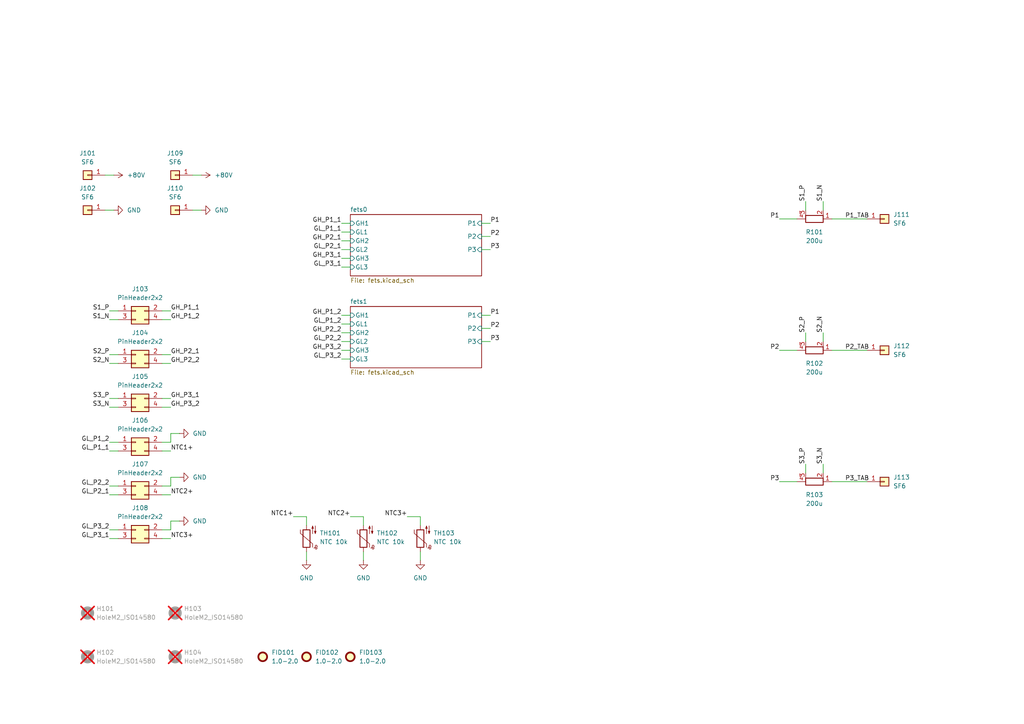
<source format=kicad_sch>
(kicad_sch (version 20250114) (generator "eeschema") (generator_version "9.0")
  (paper "A4")
  (title_block (title "${TITLE} - ${SUBTITLE}") (date "2025-09-12") (rev "${REV}") (company "github.com/arminstr"))
  (lib_symbols
    (symbol "Connector_Generic:Conn_01x01" (pin_names (offset 1.016) (hide yes))
      (property "Reference" "J" (at 0 2.54 0))
      (property "Value" "Conn_01x01" (at 0 -2.54 0))
      (symbol "Conn_01x01_1_1"
        (rectangle (start -1.27 1.27) (end 1.27 -1.27) (stroke (width 0.254)) (fill (type background)))
        (rectangle (start -1.27 0.127) (end 0 -0.127) (stroke (width 0.1524)))
        (pin passive line (at -5.08 0 0) (length 3.81) (name "Pin_1") (number "1"))
      )
    )
    (symbol "Connector_Generic:Conn_02x02_Odd_Even" (pin_names (offset 1.016) (hide yes))
      (property "Reference" "J" (at 1.27 2.54 0))
      (property "Value" "Conn_02x02_Odd_Even" (at 1.27 -5.08 0))
      (symbol "Conn_02x02_Odd_Even_1_1"
        (rectangle (start -1.27 1.27) (end 3.81 -3.81) (stroke (width 0.254)) (fill (type background)))
        (rectangle (start -1.27 0.127) (end 0 -0.127) (stroke (width 0.1524)))
        (rectangle (start -1.27 -2.413) (end 0 -2.667) (stroke (width 0.1524)))
        (rectangle (start 3.81 0.127) (end 2.54 -0.127) (stroke (width 0.1524)))
        (rectangle (start 3.81 -2.413) (end 2.54 -2.667) (stroke (width 0.1524)))
        (pin passive line (at -5.08 0 0) (length 3.81) (name "Pin_1") (number "1"))
        (pin passive line (at -5.08 -2.54 0) (length 3.81) (name "Pin_3") (number "3"))
        (pin passive line (at 7.62 0 180) (length 3.81) (name "Pin_2") (number "2"))
        (pin passive line (at 7.62 -2.54 180) (length 3.81) (name "Pin_4") (number "4"))
      )
    )
    (symbol "Device:R_Shunt" (pin_names (offset 0) (hide yes))
      (property "Reference" "R" (at -2.032 0 90))
      (property "Value" "R_Shunt" (at 0 0 90))
      (symbol "R_Shunt_0_1"
        (rectangle (start -1.016 -2.54) (end 1.016 2.54) (stroke (width 0.254)))
        (polyline (pts (xy 0 -2.54) (xy 1.27 -2.54)))
        (polyline (pts (xy 1.27 2.54) (xy 0 2.54)))
      )
      (symbol "R_Shunt_1_1"
        (pin passive line (at 0 5.08 270) (length 2.54) (name "~") (number "1"))
        (pin passive line (at 0 -5.08 90) (length 2.54) (name "~") (number "4"))
        (pin passive line (at 2.54 2.54 180) (length 1.27) (name "~") (number "2"))
        (pin passive line (at 2.54 -2.54 180) (length 1.27) (name "~") (number "3"))
      )
    )
    (symbol "Device:Thermistor_NTC" (pin_numbers (hide yes)) (pin_names (offset 0))
      (property "Reference" "TH" (at -4.445 0 90))
      (property "Value" "Thermistor_NTC" (at 3.175 0 90))
      (symbol "Thermistor_NTC_0_1"
        (arc (start -3.175 2.413) (mid -3.0506 2.3165) (end -3.048 2.159))
        (arc (start -3.048 2.794) (mid -2.9736 2.9736) (end -2.794 3.048))
        (arc (start -2.794 3.048) (mid -2.6144 2.9736) (end -2.54 2.794))
        (arc (start -2.794 2.54) (mid -2.9736 2.6144) (end -3.048 2.794))
        (arc (start -2.794 1.905) (mid -2.9736 1.9794) (end -3.048 2.159))
        (arc (start -2.54 2.159) (mid -2.6144 1.9794) (end -2.794 1.905))
        (arc (start -2.159 2.794) (mid -2.434 2.5608) (end -2.794 2.54))
        (polyline (pts (xy -2.54 2.159) (xy -2.54 2.794)))
        (polyline (pts (xy -2.54 -3.683) (xy -2.54 -1.397) (xy -2.794 -2.159) (xy -2.286 -2.159) (xy -2.54 -1.397) (xy -2.54 -1.651)) (fill (type outline)))
        (polyline (pts (xy -1.778 2.54) (xy -1.778 1.524) (xy 1.778 -1.524) (xy 1.778 -2.54)))
        (polyline (pts (xy -1.778 -1.397) (xy -1.778 -3.683) (xy -2.032 -2.921) (xy -1.524 -2.921) (xy -1.778 -3.683) (xy -1.778 -3.429)) (fill (type outline)))
        (rectangle (start -1.016 2.54) (end 1.016 -2.54) (stroke (width 0.254)))
      )
      (symbol "Thermistor_NTC_1_1"
        (pin passive line (at 0 3.81 270) (length 1.27) (name "~") (number "1"))
        (pin passive line (at 0 -3.81 90) (length 1.27) (name "~") (number "2"))
      )
    )
    (symbol "Mechanical:Fiducial" (in_bom no)
      (property "Reference" "FID" (at 0 5.08 0))
      (property "Value" "Fiducial" (at 0 3.175 0))
      (symbol "Fiducial_0_1"
        (circle (center 0 0) (radius 1.27) (stroke (width 0.508)) (fill (type background)))
      )
    )
    (symbol "Mechanical:MountingHole" (pin_names (offset 1.016)) (in_bom no)
      (property "Reference" "H" (at 0 5.08 0))
      (property "Value" "MountingHole" (at 0 3.175 0))
      (symbol "MountingHole_0_1"
        (circle (center 0 0) (radius 1.27) (stroke (width 1.27)))
      )
    )
    (symbol "power:+48V" (power) (pin_numbers (hide yes)) (pin_names (offset 0) (hide yes))
      (property "Value" "+48V" (at 0 3.556 0))
      (symbol "+48V_0_1"
        (polyline (pts (xy -0.762 1.27) (xy 0 2.54)))
        (polyline (pts (xy 0 2.54) (xy 0.762 1.27)))
        (polyline (pts (xy 0 0) (xy 0 2.54)))
      )
      (symbol "+48V_1_1"
        (pin power_in line (at 0 0 90) (length 0) (name "~") (number "1"))
      )
    )
    (symbol "power:GND" (power) (pin_numbers (hide yes)) (pin_names (offset 0) (hide yes))
      (property "Value" "GND" (at 0 -3.81 0))
      (symbol "GND_0_1"
        (polyline (pts (xy 0 0) (xy 0 -1.27) (xy 1.27 -1.27) (xy 0 -2.54) (xy -1.27 -1.27) (xy 0 -1.27)))
      )
      (symbol "GND_1_1"
        (pin power_in line (at 0 0 270) (length 0) (name "~") (number "1"))
      )
    )
  )
  (wire (pts (xy 46.99 102.87) (xy 49.53 102.87)))
  (wire (pts (xy 31.75 140.97) (xy 34.29 140.97)))
  (wire (pts (xy 241.3 139.7) (xy 251.46 139.7)))
  (wire (pts (xy 30.48 60.96) (xy 33.02 60.96)))
  (wire (pts (xy 226.06 139.7) (xy 231.14 139.7)))
  (wire (pts (xy 49.53 128.27) (xy 46.99 128.27)))
  (wire (pts (xy 101.6 149.86) (xy 105.41 149.86)))
  (wire (pts (xy 99.06 74.93) (xy 101.6 74.93)))
  (wire (pts (xy 121.92 149.86) (xy 121.92 152.4)))
  (wire (pts (xy 46.99 115.57) (xy 49.53 115.57)))
  (wire (pts (xy 31.75 143.51) (xy 34.29 143.51)))
  (wire (pts (xy 99.06 64.77) (xy 101.6 64.77)))
  (wire (pts (xy 238.76 134.62) (xy 238.76 137.16)))
  (wire (pts (xy 31.75 115.57) (xy 34.29 115.57)))
  (wire (pts (xy 49.53 143.51) (xy 46.99 143.51)))
  (wire (pts (xy 49.53 130.81) (xy 46.99 130.81)))
  (wire (pts (xy 99.06 72.39) (xy 101.6 72.39)))
  (wire (pts (xy 99.06 101.6) (xy 101.6 101.6)))
  (wire (pts (xy 31.75 90.17) (xy 34.29 90.17)))
  (wire (pts (xy 49.53 151.13) (xy 49.53 153.67)))
  (wire (pts (xy 31.75 156.21) (xy 34.29 156.21)))
  (wire (pts (xy 241.3 63.5) (xy 251.46 63.5)))
  (wire (pts (xy 52.07 151.13) (xy 49.53 151.13)))
  (wire (pts (xy 99.06 77.47) (xy 101.6 77.47)))
  (wire (pts (xy 105.41 149.86) (xy 105.41 152.4)))
  (wire (pts (xy 99.06 91.44) (xy 101.6 91.44)))
  (wire (pts (xy 31.75 130.81) (xy 34.29 130.81)))
  (wire (pts (xy 55.88 50.8) (xy 58.42 50.8)))
  (wire (pts (xy 49.53 140.97) (xy 46.99 140.97)))
  (wire (pts (xy 34.29 105.41) (xy 31.75 105.41)))
  (wire (pts (xy 49.53 125.73) (xy 49.53 128.27)))
  (wire (pts (xy 88.9 149.86) (xy 88.9 152.4)))
  (wire (pts (xy 139.7 72.39) (xy 142.24 72.39)))
  (wire (pts (xy 226.06 63.5) (xy 231.14 63.5)))
  (wire (pts (xy 49.53 118.11) (xy 46.99 118.11)))
  (wire (pts (xy 49.53 105.41) (xy 46.99 105.41)))
  (wire (pts (xy 49.53 156.21) (xy 46.99 156.21)))
  (wire (pts (xy 31.75 153.67) (xy 34.29 153.67)))
  (wire (pts (xy 34.29 92.71) (xy 31.75 92.71)))
  (wire (pts (xy 55.88 60.96) (xy 58.42 60.96)))
  (wire (pts (xy 118.11 149.86) (xy 121.92 149.86)))
  (wire (pts (xy 34.29 118.11) (xy 31.75 118.11)))
  (wire (pts (xy 99.06 69.85) (xy 101.6 69.85)))
  (wire (pts (xy 233.68 58.42) (xy 233.68 60.96)))
  (wire (pts (xy 49.53 153.67) (xy 46.99 153.67)))
  (wire (pts (xy 139.7 95.25) (xy 142.24 95.25)))
  (wire (pts (xy 30.48 50.8) (xy 33.02 50.8)))
  (wire (pts (xy 49.53 92.71) (xy 46.99 92.71)))
  (wire (pts (xy 139.7 99.06) (xy 142.24 99.06)))
  (wire (pts (xy 31.75 128.27) (xy 34.29 128.27)))
  (wire (pts (xy 121.92 162.56) (xy 121.92 160.02)))
  (wire (pts (xy 238.76 58.42) (xy 238.76 60.96)))
  (wire (pts (xy 52.07 138.43) (xy 49.53 138.43)))
  (wire (pts (xy 99.06 67.31) (xy 101.6 67.31)))
  (wire (pts (xy 139.7 68.58) (xy 142.24 68.58)))
  (wire (pts (xy 226.06 101.6) (xy 231.14 101.6)))
  (wire (pts (xy 99.06 96.52) (xy 101.6 96.52)))
  (wire (pts (xy 241.3 101.6) (xy 251.46 101.6)))
  (wire (pts (xy 31.75 102.87) (xy 34.29 102.87)))
  (wire (pts (xy 85.09 149.86) (xy 88.9 149.86)))
  (wire (pts (xy 99.06 99.06) (xy 101.6 99.06)))
  (wire (pts (xy 105.41 162.56) (xy 105.41 160.02)))
  (wire (pts (xy 238.76 96.52) (xy 238.76 99.06)))
  (wire (pts (xy 139.7 91.44) (xy 142.24 91.44)))
  (wire (pts (xy 99.06 104.14) (xy 101.6 104.14)))
  (wire (pts (xy 52.07 125.73) (xy 49.53 125.73)))
  (wire (pts (xy 99.06 93.98) (xy 101.6 93.98)))
  (wire (pts (xy 233.68 134.62) (xy 233.68 137.16)))
  (wire (pts (xy 233.68 96.52) (xy 233.68 99.06)))
  (wire (pts (xy 49.53 138.43) (xy 49.53 140.97)))
  (wire (pts (xy 88.9 162.56) (xy 88.9 160.02)))
  (wire (pts (xy 46.99 90.17) (xy 49.53 90.17)))
  (wire (pts (xy 139.7 64.77) (xy 142.24 64.77)))
  (label "S2_N" (at 238.76 96.52 90))
  (label "GH_P2_1" (at 99.06 69.85 180))
  (label "GL_P2_1" (at 31.75 143.51 180))
  (label "GL_P1_1" (at 31.75 130.81 180))
  (label "S1_N" (at 31.75 92.71 180))
  (label "P1" (at 142.24 91.44 0))
  (label "NTC2+" (at 49.53 143.51 0))
  (label "GH_P1_1" (at 99.06 64.77 180))
  (label "S1_P" (at 31.75 90.17 180))
  (label "S1_P" (at 233.68 58.42 90))
  (label "GH_P3_2" (at 49.53 118.11 0))
  (label "P3" (at 142.24 72.39 0))
  (label "P1" (at 142.24 64.77 0))
  (label "P3_TAB" (at 245.11 139.7 0))
  (label "S3_N" (at 31.75 118.11 180))
  (label "NTC3+" (at 118.11 149.86 180))
  (label "GH_P1_2" (at 99.06 91.44 180))
  (label "NTC1+" (at 49.53 130.81 0))
  (label "NTC1+" (at 85.09 149.86 180))
  (label "GH_P1_1" (at 49.53 90.17 0))
  (label "S2_P" (at 233.68 96.52 90))
  (label "GH_P2_2" (at 99.06 96.52 180))
  (label "S3_N" (at 238.76 134.62 90))
  (label "GL_P3_1" (at 31.75 156.21 180))
  (label "GL_P3_2" (at 31.75 153.67 180))
  (label "S3_P" (at 233.68 134.62 90))
  (label "S3_P" (at 31.75 115.57 180))
  (label "GH_P1_2" (at 49.53 92.71 0))
  (label "NTC3+" (at 49.53 156.21 0))
  (label "S1_N" (at 238.76 58.42 90))
  (label "GH_P2_1" (at 49.53 102.87 0))
  (label "GL_P1_2" (at 31.75 128.27 180))
  (label "P3" (at 226.06 139.7 180))
  (label "GH_P3_1" (at 49.53 115.57 0))
  (label "GL_P3_2" (at 99.06 104.14 180))
  (label "P1_TAB" (at 245.11 63.5 0))
  (label "S2_P" (at 31.75 102.87 180))
  (label "GH_P2_2" (at 49.53 105.41 0))
  (label "P3" (at 142.24 99.06 0))
  (label "P2_TAB" (at 245.11 101.6 0))
  (label "GL_P3_1" (at 99.06 77.47 180))
  (label "GL_P2_2" (at 31.75 140.97 180))
  (label "GH_P3_2" (at 99.06 101.6 180))
  (label "GL_P2_2" (at 99.06 99.06 180))
  (label "NTC2+" (at 101.6 149.86 180))
  (label "P2" (at 226.06 101.6 180))
  (label "GL_P1_2" (at 99.06 93.98 180))
  (label "GH_P3_1" (at 99.06 74.93 180))
  (label "P2" (at 142.24 68.58 0))
  (label "GL_P2_1" (at 99.06 72.39 180))
  (label "P1" (at 226.06 63.5 180))
  (label "GL_P1_1" (at 99.06 67.31 180))
  (label "P2" (at 142.24 95.25 0))
  (label "S2_N" (at 31.75 105.41 180))
  (symbol (lib_id "Connector_Generic:Conn_01x01") (at 256.54 101.6 0) (unit 1)
    (property "Reference" "J112" (at 259.08 100.3299 0) (effects (justify left)))
    (property "Value" "SF6" (at 259.08 102.8699 0) (effects (justify left)))
    (property "Footprint" "Connector_Wire:SolderWirePad_1x01_SMD_3x6mm" (effects (hide yes)))
    (property "Description" "Generic connector, single row, 01x01, script generated (kicad-library-utils/schlib/autogen/connector/)" (effects (hide yes)))
  )
  (symbol (lib_id "Connector_Generic:Conn_01x01") (at 50.8 60.96 180) (unit 1)
    (property "Reference" "J110" (at 50.8 54.61 0))
    (property "Value" "SF6" (at 50.8 57.15 0))
    (property "Footprint" "Connector_Wire:SolderWirePad_1x01_SMD_3x6mm" (effects (hide yes)))
    (property "Description" "Generic connector, single row, 01x01, script generated (kicad-library-utils/schlib/autogen/connector/)" (effects (hide yes)))
  )
  (symbol (lib_id "power:GND") (at 121.92 162.56 0) (unit 1)
    (property "Reference" "#PWR0110" (effects (hide yes)))
    (property "Value" "GND" (at 121.92 167.64 0))
    (property "Description" "Power symbol creates a global label with name \"GND\" , ground" (effects (hide yes)))
  )
  (symbol (lib_id "power:GND") (at 105.41 162.56 0) (unit 1)
    (property "Reference" "#PWR0109" (effects (hide yes)))
    (property "Value" "GND" (at 105.41 167.64 0))
    (property "Description" "Power symbol creates a global label with name \"GND\" , ground" (effects (hide yes)))
  )
  (symbol (lib_id "Connector_Generic:Conn_02x02_Odd_Even") (at 39.37 102.87 0) (unit 1)
    (property "Reference" "J104" (at 40.64 96.52 0))
    (property "Value" "PinHeader2x2" (at 40.64 99.06 0))
    (property "Footprint" "Connector_PinHeader_1.00mm:PinHeader_2x02_P1.00mm_Vertical_SMD" (effects (hide yes)))
    (property "Description" "Generic connector, double row, 02x02, odd/even pin numbering scheme (row 1 odd numbers, row 2 even numbers), script generated (kicad-library-utils/schlib/autogen/connector/)" (effects (hide yes)))
  )
  (symbol (lib_id "Connector_Generic:Conn_01x01") (at 256.54 139.7 0) (unit 1)
    (property "Reference" "J113" (at 259.08 138.4299 0) (effects (justify left)))
    (property "Value" "SF6" (at 259.08 140.9699 0) (effects (justify left)))
    (property "Footprint" "Connector_Wire:SolderWirePad_1x01_SMD_3x6mm" (effects (hide yes)))
    (property "Description" "Generic connector, single row, 01x01, script generated (kicad-library-utils/schlib/autogen/connector/)" (effects (hide yes)))
  )
  (symbol (lib_id "Device:R_Shunt") (at 236.22 139.7 270) (mirror x) (unit 1)
    (property "Reference" "R103" (at 236.22 143.51 90))
    (property "Value" "200u" (at 236.22 146.05 90))
    (property "Footprint" "mcrmv:WSK1216" (effects (hide yes)))
    (property "Datasheet" "https://www.vishay.com/docs/30189/wsk1216.pdf" (effects (hide yes)))
    (property "Description" "Shunt resistor with Kelvin connections" (effects (hide yes)))
    (property "MPN" "WSK1216L2000FEA" (effects (hide yes)))
  )
  (symbol (lib_id "power:GND") (at 52.07 151.13 90) (unit 1)
    (property "Reference" "#PWR0105" (effects (hide yes)))
    (property "Value" "GND" (at 55.88 151.1301 90) (effects (justify right)))
    (property "Description" "Power symbol creates a global label with name \"GND\" , ground" (effects (hide yes)))
  )
  (symbol (lib_id "Device:Thermistor_NTC") (at 88.9 156.21 180) (unit 1)
    (property "Reference" "TH101" (at 92.71 154.6224 0) (effects (justify right)))
    (property "Value" "NTC 10k" (at 92.71 157.1624 0) (effects (justify right)))
    (property "Footprint" "Resistor_SMD:R_0402_1005Metric" (effects (hide yes)))
    (property "Datasheet" "https://product.tdk.com/system/files/dam/doc/product/sensor/ntc/chip-ntc-thermistor/catalog/tpd_commercial_ntc-thermistor_ntcg_en.pdf" (effects (hide yes)))
    (property "Description" "Temperature dependent resistor, negative temperature coefficient" (effects (hide yes)))
    (property "MPN" "NTCG103JF103FT1" (effects (hide yes)))
  )
  (symbol (lib_id "Device:Thermistor_NTC") (at 121.92 156.21 180) (unit 1)
    (property "Reference" "TH103" (at 125.73 154.6224 0) (effects (justify right)))
    (property "Value" "NTC 10k" (at 125.73 157.1624 0) (effects (justify right)))
    (property "Footprint" "Resistor_SMD:R_0402_1005Metric" (effects (hide yes)))
    (property "Datasheet" "https://product.tdk.com/system/files/dam/doc/product/sensor/ntc/chip-ntc-thermistor/catalog/tpd_commercial_ntc-thermistor_ntcg_en.pdf" (effects (hide yes)))
    (property "Description" "Temperature dependent resistor, negative temperature coefficient" (effects (hide yes)))
    (property "MPN" "NTCG103JF103FT1" (effects (hide yes)))
  )
  (symbol (lib_id "Connector_Generic:Conn_01x01") (at 25.4 50.8 180) (unit 1)
    (property "Reference" "J101" (at 25.4 44.45 0))
    (property "Value" "SF6" (at 25.4 46.99 0))
    (property "Footprint" "Connector_Wire:SolderWirePad_1x01_SMD_3x6mm" (effects (hide yes)))
    (property "Description" "Generic connector, single row, 01x01, script generated (kicad-library-utils/schlib/autogen/connector/)" (effects (hide yes)))
  )
  (symbol (lib_id "Mechanical:Fiducial") (at 76.2 190.5 0) (unit 1) (in_bom no)
    (property "Reference" "FID101" (at 78.74 189.2299 0) (effects (justify left)))
    (property "Value" "1.0-2.0" (at 78.74 191.7699 0) (effects (justify left)))
    (property "Footprint" "Fiducial:Fiducial_1mm_Mask2mm" (effects (hide yes)))
    (property "Description" "Fiducial Marker" (effects (hide yes)))
  )
  (symbol (lib_id "power:+48V") (at 33.02 50.8 270) (unit 1)
    (property "Reference" "#PWR0101" (effects (hide yes)))
    (property "Value" "+80V" (at 36.83 50.7999 90) (effects (justify left)))
    (property "Description" "Power symbol creates a global label with name \"+48V\"" (effects (hide yes)))
  )
  (symbol (lib_id "Device:R_Shunt") (at 236.22 101.6 270) (mirror x) (unit 1)
    (property "Reference" "R102" (at 236.22 105.41 90))
    (property "Value" "200u" (at 236.22 107.95 90))
    (property "Footprint" "mcrmv:WSK1216" (effects (hide yes)))
    (property "Datasheet" "https://www.vishay.com/docs/30189/wsk1216.pdf" (effects (hide yes)))
    (property "Description" "Shunt resistor with Kelvin connections" (effects (hide yes)))
    (property "MPN" "WSK1216L2000FEA" (effects (hide yes)))
  )
  (symbol (lib_id "power:GND") (at 58.42 60.96 90) (unit 1)
    (property "Reference" "#PWR0107" (effects (hide yes)))
    (property "Value" "GND" (at 62.23 60.9599 90) (effects (justify right)))
    (property "Description" "Power symbol creates a global label with name \"GND\" , ground" (effects (hide yes)))
  )
  (symbol (lib_id "Device:Thermistor_NTC") (at 105.41 156.21 180) (unit 1)
    (property "Reference" "TH102" (at 109.22 154.6224 0) (effects (justify right)))
    (property "Value" "NTC 10k" (at 109.22 157.1624 0) (effects (justify right)))
    (property "Footprint" "Resistor_SMD:R_0402_1005Metric" (effects (hide yes)))
    (property "Datasheet" "https://product.tdk.com/system/files/dam/doc/product/sensor/ntc/chip-ntc-thermistor/catalog/tpd_commercial_ntc-thermistor_ntcg_en.pdf" (effects (hide yes)))
    (property "Description" "Temperature dependent resistor, negative temperature coefficient" (effects (hide yes)))
    (property "MPN" "NTCG103JF103FT1" (effects (hide yes)))
  )
  (symbol (lib_id "Mechanical:MountingHole") (at 25.4 190.5 0) (unit 1) (in_bom no) (dnp yes)
    (property "Reference" "H102" (at 27.94 189.2299 0) (effects (justify left)))
    (property "Value" "HoleM2_ISO14580" (at 27.94 191.7699 0) (effects (justify left)))
    (property "Footprint" "MountingHole:MountingHole_2.2mm_M2_ISO14580" (effects (hide yes)))
    (property "Description" "Mounting Hole without connection" (effects (hide yes)))
  )
  (symbol (lib_id "Connector_Generic:Conn_02x02_Odd_Even") (at 39.37 115.57 0) (unit 1)
    (property "Reference" "J105" (at 40.64 109.22 0))
    (property "Value" "PinHeader2x2" (at 40.64 111.76 0))
    (property "Footprint" "Connector_PinHeader_1.00mm:PinHeader_2x02_P1.00mm_Vertical_SMD" (effects (hide yes)))
    (property "Description" "Generic connector, double row, 02x02, odd/even pin numbering scheme (row 1 odd numbers, row 2 even numbers), script generated (kicad-library-utils/schlib/autogen/connector/)" (effects (hide yes)))
  )
  (symbol (lib_id "power:GND") (at 52.07 138.43 90) (unit 1)
    (property "Reference" "#PWR0104" (effects (hide yes)))
    (property "Value" "GND" (at 55.88 138.4301 90) (effects (justify right)))
    (property "Description" "Power symbol creates a global label with name \"GND\" , ground" (effects (hide yes)))
  )
  (symbol (lib_id "Connector_Generic:Conn_02x02_Odd_Even") (at 39.37 153.67 0) (unit 1)
    (property "Reference" "J108" (at 40.64 147.32 0))
    (property "Value" "PinHeader2x2" (at 40.64 149.86 0))
    (property "Footprint" "Connector_PinHeader_1.00mm:PinHeader_2x02_P1.00mm_Vertical_SMD" (effects (hide yes)))
    (property "Description" "Generic connector, double row, 02x02, odd/even pin numbering scheme (row 1 odd numbers, row 2 even numbers), script generated (kicad-library-utils/schlib/autogen/connector/)" (effects (hide yes)))
  )
  (symbol (lib_id "Connector_Generic:Conn_02x02_Odd_Even") (at 39.37 90.17 0) (unit 1)
    (property "Reference" "J103" (at 40.64 83.82 0))
    (property "Value" "PinHeader2x2" (at 40.64 86.36 0))
    (property "Footprint" "Connector_PinHeader_1.00mm:PinHeader_2x02_P1.00mm_Vertical_SMD" (effects (hide yes)))
    (property "Description" "Generic connector, double row, 02x02, odd/even pin numbering scheme (row 1 odd numbers, row 2 even numbers), script generated (kicad-library-utils/schlib/autogen/connector/)" (effects (hide yes)))
  )
  (symbol (lib_id "Mechanical:MountingHole") (at 50.8 177.8 0) (unit 1) (in_bom no) (dnp yes)
    (property "Reference" "H103" (at 53.34 176.5299 0) (effects (justify left)))
    (property "Value" "HoleM2_ISO14580" (at 53.34 179.0699 0) (effects (justify left)))
    (property "Footprint" "MountingHole:MountingHole_2.2mm_M2_ISO14580" (effects (hide yes)))
    (property "Description" "Mounting Hole without connection" (effects (hide yes)))
  )
  (symbol (lib_id "Mechanical:MountingHole") (at 50.8 190.5 0) (unit 1) (in_bom no) (dnp yes)
    (property "Reference" "H104" (at 53.34 189.2299 0) (effects (justify left)))
    (property "Value" "HoleM2_ISO14580" (at 53.34 191.7699 0) (effects (justify left)))
    (property "Footprint" "MountingHole:MountingHole_2.2mm_M2_ISO14580" (effects (hide yes)))
    (property "Description" "Mounting Hole without connection" (effects (hide yes)))
  )
  (symbol (lib_id "Connector_Generic:Conn_01x01") (at 256.54 63.5 0) (unit 1)
    (property "Reference" "J111" (at 259.08 62.2299 0) (effects (justify left)))
    (property "Value" "SF6" (at 259.08 64.7699 0) (effects (justify left)))
    (property "Footprint" "Connector_Wire:SolderWirePad_1x01_SMD_3x6mm" (effects (hide yes)))
    (property "Description" "Generic connector, single row, 01x01, script generated (kicad-library-utils/schlib/autogen/connector/)" (effects (hide yes)))
  )
  (symbol (lib_id "power:GND") (at 33.02 60.96 90) (unit 1)
    (property "Reference" "#PWR0102" (effects (hide yes)))
    (property "Value" "GND" (at 36.83 60.9599 90) (effects (justify right)))
    (property "Description" "Power symbol creates a global label with name \"GND\" , ground" (effects (hide yes)))
  )
  (symbol (lib_id "power:+48V") (at 58.42 50.8 270) (unit 1)
    (property "Reference" "#PWR0106" (effects (hide yes)))
    (property "Value" "+80V" (at 62.23 50.7999 90) (effects (justify left)))
    (property "Description" "Power symbol creates a global label with name \"+48V\"" (effects (hide yes)))
  )
  (symbol (lib_id "power:GND") (at 88.9 162.56 0) (unit 1)
    (property "Reference" "#PWR0108" (effects (hide yes)))
    (property "Value" "GND" (at 88.9 167.64 0))
    (property "Description" "Power symbol creates a global label with name \"GND\" , ground" (effects (hide yes)))
  )
  (symbol (lib_id "Connector_Generic:Conn_01x01") (at 50.8 50.8 180) (unit 1)
    (property "Reference" "J109" (at 50.8 44.45 0))
    (property "Value" "SF6" (at 50.8 46.99 0))
    (property "Footprint" "Connector_Wire:SolderWirePad_1x01_SMD_3x6mm" (effects (hide yes)))
    (property "Description" "Generic connector, single row, 01x01, script generated (kicad-library-utils/schlib/autogen/connector/)" (effects (hide yes)))
  )
  (symbol (lib_id "Mechanical:Fiducial") (at 101.6 190.5 0) (unit 1) (in_bom no)
    (property "Reference" "FID103" (at 104.14 189.2299 0) (effects (justify left)))
    (property "Value" "1.0-2.0" (at 104.14 191.7699 0) (effects (justify left)))
    (property "Footprint" "Fiducial:Fiducial_1mm_Mask2mm" (effects (hide yes)))
    (property "Description" "Fiducial Marker" (effects (hide yes)))
  )
  (symbol (lib_id "Mechanical:MountingHole") (at 25.4 177.8 0) (unit 1) (in_bom no) (dnp yes)
    (property "Reference" "H101" (at 27.94 176.5299 0) (effects (justify left)))
    (property "Value" "HoleM2_ISO14580" (at 27.94 179.0699 0) (effects (justify left)))
    (property "Footprint" "MountingHole:MountingHole_2.2mm_M2_ISO14580" (effects (hide yes)))
    (property "Description" "Mounting Hole without connection" (effects (hide yes)))
  )
  (symbol (lib_id "Mechanical:Fiducial") (at 88.9 190.5 0) (unit 1) (in_bom no)
    (property "Reference" "FID102" (at 91.44 189.2299 0) (effects (justify left)))
    (property "Value" "1.0-2.0" (at 91.44 191.7699 0) (effects (justify left)))
    (property "Footprint" "Fiducial:Fiducial_1mm_Mask2mm" (effects (hide yes)))
    (property "Description" "Fiducial Marker" (effects (hide yes)))
  )
  (symbol (lib_id "power:GND") (at 52.07 125.73 90) (unit 1)
    (property "Reference" "#PWR0103" (effects (hide yes)))
    (property "Value" "GND" (at 55.88 125.7301 90) (effects (justify right)))
    (property "Description" "Power symbol creates a global label with name \"GND\" , ground" (effects (hide yes)))
  )
  (symbol (lib_id "Device:R_Shunt") (at 236.22 63.5 270) (mirror x) (unit 1)
    (property "Reference" "R101" (at 236.22 67.31 90))
    (property "Value" "200u" (at 236.22 69.85 90))
    (property "Footprint" "mcrmv:WSK1216" (effects (hide yes)))
    (property "Datasheet" "https://www.vishay.com/docs/30189/wsk1216.pdf" (effects (hide yes)))
    (property "Description" "Shunt resistor with Kelvin connections" (effects (hide yes)))
    (property "MPN" "WSK1216L2000FEA" (effects (hide yes)))
  )
  (symbol (lib_id "Connector_Generic:Conn_02x02_Odd_Even") (at 39.37 140.97 0) (unit 1)
    (property "Reference" "J107" (at 40.64 134.62 0))
    (property "Value" "PinHeader2x2" (at 40.64 137.16 0))
    (property "Footprint" "Connector_PinHeader_1.00mm:PinHeader_2x02_P1.00mm_Vertical_SMD" (effects (hide yes)))
    (property "Description" "Generic connector, double row, 02x02, odd/even pin numbering scheme (row 1 odd numbers, row 2 even numbers), script generated (kicad-library-utils/schlib/autogen/connector/)" (effects (hide yes)))
  )
  (symbol (lib_id "Connector_Generic:Conn_01x01") (at 25.4 60.96 180) (unit 1)
    (property "Reference" "J102" (at 25.4 54.61 0))
    (property "Value" "SF6" (at 25.4 57.15 0))
    (property "Footprint" "Connector_Wire:SolderWirePad_1x01_SMD_3x6mm" (effects (hide yes)))
    (property "Description" "Generic connector, single row, 01x01, script generated (kicad-library-utils/schlib/autogen/connector/)" (effects (hide yes)))
  )
  (symbol (lib_id "Connector_Generic:Conn_02x02_Odd_Even") (at 39.37 128.27 0) (unit 1)
    (property "Reference" "J106" (at 40.64 121.92 0))
    (property "Value" "PinHeader2x2" (at 40.64 124.46 0))
    (property "Footprint" "Connector_PinHeader_1.00mm:PinHeader_2x02_P1.00mm_Vertical_SMD" (effects (hide yes)))
    (property "Description" "Generic connector, double row, 02x02, odd/even pin numbering scheme (row 1 odd numbers, row 2 even numbers), script generated (kicad-library-utils/schlib/autogen/connector/)" (effects (hide yes)))
  )
  (sheet (at 101.6 88.9) (size 38.1 17.78) (stroke (width 0.1524))
    (property "Sheetname" "fets1" (at 101.6 88.1884 0) (effects (justify left bottom)))
    (property "Sheetfile" "fets.kicad_sch" (at 101.6 107.2646 0) (effects (justify left top)))
    (pin "GH1" input (at 101.6 91.44 180))
    (pin "P3" input (at 139.7 99.06 0))
    (pin "P1" input (at 139.7 91.44 0))
    (pin "P2" input (at 139.7 95.25 0))
    (pin "GL1" input (at 101.6 93.98 180))
    (pin "GH3" input (at 101.6 101.6 180))
    (pin "GH2" input (at 101.6 96.52 180))
    (pin "GL2" input (at 101.6 99.06 180))
    (pin "GL3" input (at 101.6 104.14 180))
  )
  (sheet (at 101.6 62.23) (size 38.1 17.78) (stroke (width 0.1524))
    (property "Sheetname" "fets0" (at 101.6 61.5184 0) (effects (justify left bottom)))
    (property "Sheetfile" "fets.kicad_sch" (at 101.6 80.5946 0) (effects (justify left top)))
    (pin "GH1" input (at 101.6 64.77 180))
    (pin "P3" input (at 139.7 72.39 0))
    (pin "P1" input (at 139.7 64.77 0))
    (pin "P2" input (at 139.7 68.58 0))
    (pin "GL1" input (at 101.6 67.31 180))
    (pin "GH3" input (at 101.6 74.93 180))
    (pin "GH2" input (at 101.6 69.85 180))
    (pin "GL2" input (at 101.6 72.39 180))
    (pin "GL3" input (at 101.6 77.47 180))
  )
)
</source>
